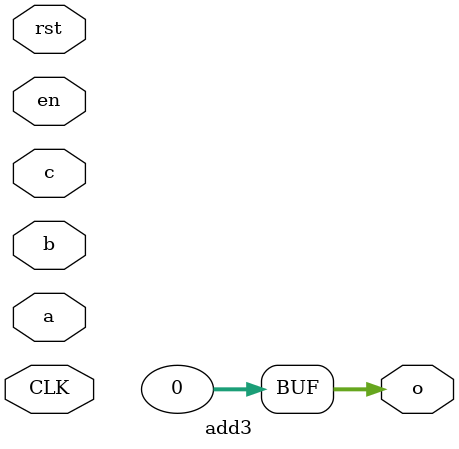
<source format=v>
`timescale 1ns / 1ps
/*
 * This software is Copyright (c) 2018 Denis Burykin
 * [denis_burykin yahoo com], [denis-burykin2014 yandex ru]
 * and it is hereby released to the general public under the following terms:
 * Redistribution and use in source and binary forms, with or without
 * modification, are permitted.
 *
 */

`include "../md5.vh"

//
// Synthesis: Optimization: Area
//
`ifndef SIMULATION

module add3 #(
	parameter WIDTH = 32,
	parameter [WIDTH-1:0] IV = 0
	)(
	input CLK,
	input [WIDTH-1:0] a, b, c,
	input en, rst,
	output reg [WIDTH-1:0] o = IV
	);

endmodule

`else

module add3 #(
	parameter WIDTH = 32,
	parameter [WIDTH-1:0] IV = 0
	)(
	input CLK,
	input [WIDTH-1:0] a, b, c,
	input en, rst,
	output reg [WIDTH-1:0] o = IV
	);

	always @(posedge CLK)
		if (rst)
			o <= IV;
		else if (en)
			o <= a + b + c;

endmodule

`endif

</source>
